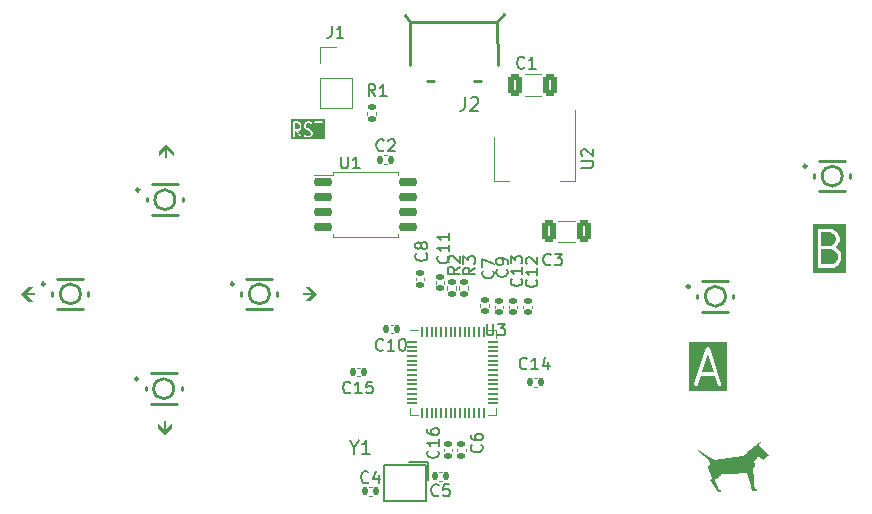
<source format=gto>
%TF.GenerationSoftware,KiCad,Pcbnew,7.0.10*%
%TF.CreationDate,2024-02-26T14:54:02+00:00*%
%TF.ProjectId,rp2040_game_con,72703230-3430-45f6-9761-6d655f636f6e,rev?*%
%TF.SameCoordinates,Original*%
%TF.FileFunction,Legend,Top*%
%TF.FilePolarity,Positive*%
%FSLAX46Y46*%
G04 Gerber Fmt 4.6, Leading zero omitted, Abs format (unit mm)*
G04 Created by KiCad (PCBNEW 7.0.10) date 2024-02-26 14:54:02*
%MOMM*%
%LPD*%
G01*
G04 APERTURE LIST*
G04 Aperture macros list*
%AMRoundRect*
0 Rectangle with rounded corners*
0 $1 Rounding radius*
0 $2 $3 $4 $5 $6 $7 $8 $9 X,Y pos of 4 corners*
0 Add a 4 corners polygon primitive as box body*
4,1,4,$2,$3,$4,$5,$6,$7,$8,$9,$2,$3,0*
0 Add four circle primitives for the rounded corners*
1,1,$1+$1,$2,$3*
1,1,$1+$1,$4,$5*
1,1,$1+$1,$6,$7*
1,1,$1+$1,$8,$9*
0 Add four rect primitives between the rounded corners*
20,1,$1+$1,$2,$3,$4,$5,0*
20,1,$1+$1,$4,$5,$6,$7,0*
20,1,$1+$1,$6,$7,$8,$9,0*
20,1,$1+$1,$8,$9,$2,$3,0*%
G04 Aperture macros list end*
%ADD10C,0.000000*%
%ADD11C,0.300000*%
%ADD12C,0.150000*%
%ADD13C,0.152000*%
%ADD14C,0.120000*%
%ADD15C,0.254000*%
%ADD16RoundRect,0.140000X-0.140000X-0.170000X0.140000X-0.170000X0.140000X0.170000X-0.140000X0.170000X0*%
%ADD17RoundRect,0.250000X-0.325000X-0.650000X0.325000X-0.650000X0.325000X0.650000X-0.325000X0.650000X0*%
%ADD18RoundRect,0.135000X-0.185000X0.135000X-0.185000X-0.135000X0.185000X-0.135000X0.185000X0.135000X0*%
%ADD19RoundRect,0.140000X0.170000X-0.140000X0.170000X0.140000X-0.170000X0.140000X-0.170000X-0.140000X0*%
%ADD20RoundRect,0.050000X-0.387500X-0.050000X0.387500X-0.050000X0.387500X0.050000X-0.387500X0.050000X0*%
%ADD21RoundRect,0.050000X-0.050000X-0.387500X0.050000X-0.387500X0.050000X0.387500X-0.050000X0.387500X0*%
%ADD22R,3.200000X3.200000*%
%ADD23R,0.700000X0.750000*%
%ADD24R,1.700000X1.700000*%
%ADD25O,1.700000X1.700000*%
%ADD26RoundRect,0.140000X0.140000X0.170000X-0.140000X0.170000X-0.140000X-0.170000X0.140000X-0.170000X0*%
%ADD27RoundRect,0.135000X0.185000X-0.135000X0.185000X0.135000X-0.185000X0.135000X-0.185000X-0.135000X0*%
%ADD28R,1.200000X1.100000*%
%ADD29RoundRect,0.150000X-0.650000X-0.150000X0.650000X-0.150000X0.650000X0.150000X-0.650000X0.150000X0*%
%ADD30C,0.600000*%
%ADD31R,0.400000X2.100000*%
%ADD32R,1.500000X1.000000*%
%ADD33O,1.100000X2.400000*%
%ADD34R,1.900000X1.900000*%
%ADD35RoundRect,0.140000X-0.170000X0.140000X-0.170000X-0.140000X0.170000X-0.140000X0.170000X0.140000X0*%
%ADD36R,1.500000X2.000000*%
%ADD37R,3.800000X2.000000*%
G04 APERTURE END LIST*
D10*
G36*
X83211982Y-62800000D02*
G01*
X83829955Y-63417973D01*
X83417973Y-63417973D01*
X82800000Y-62800000D01*
X83417973Y-62182026D01*
X83829955Y-62182026D01*
X83211982Y-62800000D01*
G37*
G36*
X95735947Y-50717973D02*
G01*
X95735947Y-51129955D01*
X95117973Y-50511982D01*
X94500000Y-51129955D01*
X94500000Y-50717973D01*
X95117973Y-50100000D01*
X95735947Y-50717973D01*
G37*
G36*
X107911982Y-62775000D02*
G01*
X107294009Y-63392974D01*
X106882027Y-63392974D01*
X107500000Y-62775000D01*
X106882027Y-62157027D01*
X107294009Y-62157027D01*
X107911982Y-62775000D01*
G37*
G36*
X95220965Y-51300000D02*
G01*
X95014974Y-51300000D01*
X95014974Y-50305986D01*
X95220965Y-50305986D01*
X95220965Y-51300000D01*
G37*
G36*
X145500000Y-75278660D02*
G01*
X145500383Y-75279570D01*
X145500511Y-75280817D01*
X145500390Y-75282392D01*
X145500023Y-75284286D01*
X145499418Y-75286490D01*
X145497509Y-75291793D01*
X145494706Y-75298233D01*
X145491050Y-75305739D01*
X145486583Y-75314241D01*
X145481346Y-75323670D01*
X145475382Y-75333954D01*
X145468732Y-75345024D01*
X145461437Y-75356811D01*
X145453541Y-75369243D01*
X145445083Y-75382252D01*
X145436107Y-75395767D01*
X145426654Y-75409718D01*
X145416766Y-75424035D01*
X145318862Y-75564414D01*
X145745822Y-75995780D01*
X145911516Y-76164179D01*
X146047060Y-76303867D01*
X146138473Y-76400290D01*
X146163262Y-76427731D01*
X146171775Y-76438900D01*
X146171597Y-76439613D01*
X146171069Y-76440498D01*
X146170201Y-76441551D01*
X146169001Y-76442766D01*
X146165641Y-76445660D01*
X146161061Y-76449140D01*
X146155333Y-76453164D01*
X146148528Y-76457690D01*
X146140717Y-76462677D01*
X146131973Y-76468083D01*
X146111970Y-76479984D01*
X146089089Y-76493061D01*
X146063905Y-76506980D01*
X146036989Y-76521408D01*
X146018462Y-76531364D01*
X146000937Y-76541138D01*
X145984321Y-76550802D01*
X145968522Y-76560429D01*
X145953444Y-76570093D01*
X145938995Y-76579866D01*
X145925082Y-76589822D01*
X145911610Y-76600033D01*
X145898487Y-76610572D01*
X145885619Y-76621513D01*
X145872911Y-76632928D01*
X145860272Y-76644890D01*
X145847607Y-76657473D01*
X145834824Y-76670750D01*
X145821827Y-76684792D01*
X145808525Y-76699675D01*
X145789325Y-76721276D01*
X145771066Y-76741419D01*
X145754173Y-76759662D01*
X145739069Y-76775566D01*
X145726178Y-76788689D01*
X145715926Y-76798589D01*
X145708735Y-76804826D01*
X145706421Y-76806433D01*
X145705031Y-76806959D01*
X145703052Y-76806170D01*
X145698998Y-76803854D01*
X145685112Y-76794958D01*
X145664268Y-76780897D01*
X145637363Y-76762298D01*
X145605291Y-76739789D01*
X145568948Y-76713996D01*
X145487032Y-76655068D01*
X145444673Y-76624715D01*
X145404490Y-76596591D01*
X145367409Y-76571297D01*
X145334357Y-76549436D01*
X145306262Y-76531612D01*
X145284051Y-76518427D01*
X145268652Y-76510483D01*
X145263796Y-76508665D01*
X145260991Y-76508384D01*
X145258326Y-76510261D01*
X145253857Y-76514261D01*
X145247686Y-76520277D01*
X145239917Y-76528198D01*
X145219998Y-76549326D01*
X145194928Y-76576775D01*
X145165536Y-76609677D01*
X145132649Y-76647162D01*
X145097096Y-76688361D01*
X145059705Y-76732406D01*
X144875290Y-76951465D01*
X144935246Y-77132803D01*
X144995189Y-77314153D01*
X144881406Y-77447850D01*
X144767605Y-77581612D01*
X144842405Y-78391445D01*
X144897423Y-78978775D01*
X144924677Y-79253670D01*
X144932173Y-79306134D01*
X145036345Y-79310368D01*
X145058421Y-79311334D01*
X145078176Y-79312711D01*
X145095718Y-79314596D01*
X145111152Y-79317086D01*
X145118112Y-79318589D01*
X145124586Y-79320279D01*
X145130586Y-79322169D01*
X145136126Y-79324270D01*
X145141219Y-79326596D01*
X145145879Y-79329159D01*
X145150119Y-79331969D01*
X145153952Y-79335041D01*
X145157391Y-79338385D01*
X145160450Y-79342014D01*
X145163143Y-79345940D01*
X145165482Y-79350175D01*
X145167480Y-79354731D01*
X145169152Y-79359621D01*
X145170511Y-79364857D01*
X145171569Y-79370450D01*
X145172341Y-79376414D01*
X145172839Y-79382759D01*
X145173068Y-79396645D01*
X145172363Y-79412204D01*
X145170831Y-79429535D01*
X145163465Y-79498762D01*
X144950518Y-79492463D01*
X144737564Y-79486164D01*
X144512687Y-78725973D01*
X144423923Y-78430294D01*
X144348477Y-78187169D01*
X144294330Y-78021759D01*
X144277737Y-77976060D01*
X144269462Y-77959226D01*
X143954971Y-77965794D01*
X143268639Y-77987698D01*
X142555091Y-78013231D01*
X142158954Y-78030686D01*
X142131011Y-78033036D01*
X142119636Y-78034232D01*
X142109818Y-78035564D01*
X142101430Y-78037120D01*
X142094340Y-78038992D01*
X142091242Y-78040074D01*
X142088420Y-78041269D01*
X142085858Y-78042587D01*
X142083540Y-78044041D01*
X142081450Y-78045641D01*
X142079572Y-78047399D01*
X142077889Y-78049325D01*
X142076384Y-78051432D01*
X142075043Y-78053731D01*
X142073849Y-78056232D01*
X142072786Y-78058947D01*
X142071837Y-78061887D01*
X142070217Y-78068489D01*
X142068861Y-78076127D01*
X142066423Y-78094874D01*
X142065070Y-78104641D01*
X142064226Y-78109234D01*
X142063216Y-78113680D01*
X142061999Y-78118013D01*
X142060533Y-78122267D01*
X142058780Y-78126477D01*
X142056696Y-78130677D01*
X142054243Y-78134902D01*
X142051378Y-78139185D01*
X142048061Y-78143562D01*
X142044251Y-78148068D01*
X142039907Y-78152735D01*
X142034989Y-78157599D01*
X142029456Y-78162695D01*
X142023266Y-78168055D01*
X142016379Y-78173717D01*
X142008754Y-78179712D01*
X142000351Y-78186076D01*
X141991128Y-78192844D01*
X141981044Y-78200050D01*
X141970059Y-78207727D01*
X141945222Y-78224637D01*
X141916290Y-78243848D01*
X141882937Y-78265637D01*
X141801656Y-78318049D01*
X141617463Y-78436892D01*
X141559861Y-78474477D01*
X141536842Y-78489980D01*
X141537066Y-78492935D01*
X141539133Y-78500066D01*
X141548439Y-78525999D01*
X141564039Y-78566050D01*
X141585215Y-78618494D01*
X141641417Y-78753649D01*
X141711292Y-78917648D01*
X141892607Y-79338971D01*
X141974202Y-79345272D01*
X142024847Y-79349605D01*
X142045465Y-79351795D01*
X142063209Y-79354178D01*
X142078277Y-79356888D01*
X142090866Y-79360057D01*
X142096292Y-79361856D01*
X142101173Y-79363820D01*
X142105532Y-79365966D01*
X142109394Y-79368309D01*
X142112785Y-79370868D01*
X142115728Y-79373659D01*
X142118249Y-79376697D01*
X142120371Y-79380001D01*
X142122121Y-79383586D01*
X142123521Y-79387470D01*
X142124597Y-79391669D01*
X142125374Y-79396199D01*
X142126128Y-79406321D01*
X142125979Y-79417969D01*
X142125126Y-79431278D01*
X142123765Y-79446379D01*
X142116437Y-79521906D01*
X141956367Y-79521906D01*
X141796297Y-79521718D01*
X141473911Y-79018228D01*
X141474024Y-79017549D01*
X141151639Y-78514061D01*
X141218968Y-78451049D01*
X141286302Y-78387994D01*
X141136790Y-77914299D01*
X140987279Y-77440552D01*
X141092041Y-77232488D01*
X141132749Y-77150729D01*
X141166142Y-77081906D01*
X141188772Y-77033253D01*
X141194972Y-77018751D01*
X141197188Y-77012004D01*
X141194528Y-77008162D01*
X141186637Y-76999311D01*
X141156228Y-76967641D01*
X141108097Y-76919112D01*
X141044383Y-76855839D01*
X140878749Y-76693525D01*
X140676424Y-76497627D01*
X140475397Y-76302324D01*
X140313292Y-76141653D01*
X140206659Y-76032247D01*
X140179316Y-76001965D01*
X140173043Y-75993839D01*
X140172047Y-75990736D01*
X140173724Y-75990885D01*
X140177002Y-75992095D01*
X140188192Y-75997591D01*
X140227961Y-76020145D01*
X140288717Y-76056708D01*
X140367823Y-76105588D01*
X140570531Y-76233537D01*
X140814987Y-76390466D01*
X141060908Y-76547689D01*
X141267602Y-76676586D01*
X141413365Y-76763847D01*
X141456614Y-76787705D01*
X141469643Y-76793963D01*
X141476491Y-76796162D01*
X142669874Y-76663600D01*
X143888218Y-76521610D01*
X143894685Y-76518223D01*
X143906993Y-76509789D01*
X143947852Y-76478822D01*
X144008230Y-76430791D01*
X144085565Y-76367780D01*
X144177295Y-76291871D01*
X144280855Y-76205147D01*
X144393683Y-76109690D01*
X144513216Y-76007584D01*
X144815836Y-75749954D01*
X144930491Y-75654525D01*
X145025953Y-75577185D01*
X145106154Y-75514807D01*
X145175026Y-75464265D01*
X145236502Y-75422433D01*
X145294513Y-75386186D01*
X145332910Y-75363483D01*
X145369334Y-75342520D01*
X145402945Y-75323739D01*
X145432900Y-75307584D01*
X145458360Y-75294498D01*
X145478484Y-75284926D01*
X145492430Y-75279310D01*
X145496823Y-75278125D01*
X145499357Y-75278095D01*
X145500000Y-75278660D01*
G37*
G36*
X107705996Y-62877992D02*
G01*
X106711982Y-62877992D01*
X106711982Y-62672001D01*
X107705996Y-62672001D01*
X107705996Y-62877992D01*
G37*
G36*
X95617973Y-74094009D02*
G01*
X95000000Y-74711982D01*
X94382026Y-74094009D01*
X94382026Y-73682027D01*
X95000000Y-74300000D01*
X95617973Y-73682027D01*
X95617973Y-74094009D01*
G37*
G36*
X84000000Y-62902999D02*
G01*
X83005986Y-62902999D01*
X83005986Y-62697008D01*
X84000000Y-62697008D01*
X84000000Y-62902999D01*
G37*
G36*
X95102999Y-74505996D02*
G01*
X94897008Y-74505996D01*
X94897008Y-73511982D01*
X95102999Y-73511982D01*
X95102999Y-74505996D01*
G37*
D11*
G36*
X141489254Y-69410114D02*
G01*
X140476910Y-69410114D01*
X140983082Y-67891598D01*
X141489254Y-69410114D01*
G37*
G36*
X142558608Y-70992783D02*
G01*
X139407556Y-70992783D01*
X139407556Y-70447329D01*
X139836127Y-70447329D01*
X139870852Y-70516778D01*
X139935648Y-70559559D01*
X140013154Y-70564212D01*
X140082603Y-70529487D01*
X140125384Y-70464691D01*
X140376910Y-69710114D01*
X141589254Y-69710114D01*
X141840780Y-70464691D01*
X141883561Y-70529488D01*
X141953010Y-70564212D01*
X142030516Y-70559560D01*
X142095313Y-70516778D01*
X142130037Y-70447329D01*
X142125385Y-70369823D01*
X141125384Y-67369823D01*
X141108788Y-67344687D01*
X141095313Y-67317736D01*
X141087656Y-67312680D01*
X141082603Y-67305027D01*
X141055660Y-67291555D01*
X141030516Y-67274954D01*
X141021358Y-67274404D01*
X141013154Y-67270302D01*
X140983085Y-67272107D01*
X140953010Y-67270302D01*
X140944803Y-67274405D01*
X140935648Y-67274955D01*
X140910512Y-67291550D01*
X140883561Y-67305026D01*
X140878505Y-67312682D01*
X140870852Y-67317736D01*
X140857378Y-67344682D01*
X140840780Y-67369823D01*
X139840780Y-70369823D01*
X139836127Y-70447329D01*
X139407556Y-70447329D01*
X139407556Y-66841731D01*
X142558608Y-66841731D01*
X142558608Y-70992783D01*
G37*
D12*
G36*
X106333485Y-48360259D02*
G01*
X106365715Y-48398934D01*
X106403207Y-48488914D01*
X106403207Y-48630341D01*
X106365715Y-48720321D01*
X106333485Y-48758996D01*
X106266957Y-48798914D01*
X105981779Y-48798914D01*
X105981779Y-48320342D01*
X106266957Y-48320342D01*
X106333485Y-48360259D01*
G37*
G36*
X108533021Y-49691771D02*
G01*
X105660350Y-49691771D01*
X105660350Y-49445342D01*
X105831779Y-49445342D01*
X105849326Y-49493551D01*
X105893755Y-49519203D01*
X105944279Y-49510294D01*
X105977256Y-49470994D01*
X105981779Y-49445342D01*
X105981779Y-48948914D01*
X106101797Y-48948914D01*
X106413423Y-49483132D01*
X106452871Y-49515933D01*
X106504173Y-49515704D01*
X106543326Y-49482551D01*
X106552009Y-49431988D01*
X106542990Y-49407551D01*
X106275451Y-48948914D01*
X106287731Y-48948914D01*
X106294685Y-48946382D01*
X106301995Y-48947545D01*
X106326318Y-48938226D01*
X106421557Y-48881083D01*
X106422124Y-48880383D01*
X106440586Y-48864785D01*
X106488204Y-48807642D01*
X106489043Y-48805310D01*
X106499819Y-48788474D01*
X106547438Y-48674188D01*
X106547520Y-48672380D01*
X106548684Y-48670994D01*
X106553207Y-48645342D01*
X106553207Y-48588200D01*
X106784160Y-48588200D01*
X106784778Y-48589900D01*
X106784238Y-48591628D01*
X106789929Y-48617046D01*
X106837548Y-48731331D01*
X106839227Y-48733156D01*
X106849162Y-48750499D01*
X106896781Y-48807641D01*
X106897554Y-48808091D01*
X106915811Y-48823940D01*
X107011049Y-48881083D01*
X107014420Y-48881736D01*
X107028085Y-48888608D01*
X107209572Y-48943054D01*
X107285866Y-48988831D01*
X107318096Y-49027506D01*
X107355588Y-49117485D01*
X107355588Y-49201770D01*
X107318096Y-49291750D01*
X107285866Y-49330425D01*
X107219339Y-49370342D01*
X107016461Y-49370342D01*
X106887014Y-49318564D01*
X106835736Y-49316952D01*
X106795419Y-49348677D01*
X106784926Y-49398896D01*
X106809168Y-49444110D01*
X106831306Y-49457836D01*
X106974163Y-49514978D01*
X106975409Y-49515017D01*
X106976365Y-49515819D01*
X107002017Y-49520342D01*
X107240112Y-49520342D01*
X107247066Y-49517810D01*
X107254375Y-49518973D01*
X107278699Y-49509654D01*
X107373937Y-49452512D01*
X107374502Y-49451814D01*
X107392967Y-49436214D01*
X107440585Y-49379071D01*
X107441424Y-49376739D01*
X107452200Y-49359903D01*
X107499819Y-49245617D01*
X107499901Y-49243809D01*
X107501065Y-49242423D01*
X107505588Y-49216771D01*
X107505588Y-49102485D01*
X107504969Y-49100784D01*
X107505510Y-49099057D01*
X107499819Y-49073639D01*
X107452200Y-48959354D01*
X107450519Y-48957528D01*
X107440585Y-48940186D01*
X107392967Y-48883043D01*
X107392187Y-48882589D01*
X107373938Y-48866745D01*
X107278699Y-48809602D01*
X107275327Y-48808948D01*
X107261663Y-48802077D01*
X107080177Y-48747631D01*
X107003879Y-48701852D01*
X106971650Y-48663176D01*
X106934160Y-48573199D01*
X106934160Y-48488914D01*
X106971650Y-48398935D01*
X107003879Y-48360260D01*
X107070411Y-48320342D01*
X107273287Y-48320342D01*
X107402734Y-48372121D01*
X107454012Y-48373733D01*
X107494329Y-48342009D01*
X107504822Y-48291790D01*
X107480580Y-48246576D01*
X107458443Y-48232849D01*
X107457115Y-48232318D01*
X107642442Y-48232318D01*
X107651351Y-48282842D01*
X107690651Y-48315819D01*
X107716303Y-48320342D01*
X107927017Y-48320342D01*
X107927017Y-49445342D01*
X107944564Y-49493551D01*
X107988993Y-49519203D01*
X108039517Y-49510294D01*
X108072494Y-49470994D01*
X108077017Y-49445342D01*
X108077017Y-48320342D01*
X108287731Y-48320342D01*
X108335940Y-48302795D01*
X108361592Y-48258366D01*
X108352683Y-48207842D01*
X108313383Y-48174865D01*
X108287731Y-48170342D01*
X107716303Y-48170342D01*
X107668094Y-48187889D01*
X107642442Y-48232318D01*
X107457115Y-48232318D01*
X107315585Y-48175706D01*
X107314338Y-48175666D01*
X107313383Y-48174865D01*
X107287731Y-48170342D01*
X107049636Y-48170342D01*
X107042681Y-48172873D01*
X107035372Y-48171711D01*
X107011049Y-48181030D01*
X106915811Y-48238173D01*
X106915243Y-48238873D01*
X106896781Y-48254472D01*
X106849162Y-48311614D01*
X106848321Y-48313949D01*
X106837548Y-48330782D01*
X106789929Y-48445068D01*
X106789846Y-48446875D01*
X106788683Y-48448262D01*
X106784160Y-48473914D01*
X106784160Y-48588200D01*
X106553207Y-48588200D01*
X106553207Y-48473914D01*
X106552588Y-48472214D01*
X106553129Y-48470487D01*
X106547438Y-48445068D01*
X106499819Y-48330782D01*
X106498138Y-48328955D01*
X106488204Y-48311614D01*
X106440586Y-48254471D01*
X106439806Y-48254017D01*
X106421557Y-48238173D01*
X106326318Y-48181030D01*
X106319052Y-48179622D01*
X106313383Y-48174865D01*
X106287731Y-48170342D01*
X105906779Y-48170342D01*
X105888470Y-48177005D01*
X105869279Y-48180390D01*
X105864928Y-48185574D01*
X105858570Y-48187889D01*
X105848827Y-48204762D01*
X105836302Y-48219690D01*
X105834584Y-48229432D01*
X105832918Y-48232318D01*
X105833496Y-48235600D01*
X105831779Y-48245342D01*
X105831779Y-49445342D01*
X105660350Y-49445342D01*
X105660350Y-47998913D01*
X108533021Y-47998913D01*
X108533021Y-49691771D01*
G37*
D11*
G36*
X151759197Y-59119789D02*
G01*
X151859803Y-59220395D01*
X151975939Y-59452666D01*
X151975939Y-59810418D01*
X151859803Y-60042688D01*
X151751370Y-60151122D01*
X151519100Y-60267257D01*
X150561653Y-60267257D01*
X150561653Y-58995828D01*
X151387310Y-58995828D01*
X151759197Y-59119789D01*
G37*
G36*
X151608514Y-57683392D02*
G01*
X151716947Y-57791825D01*
X151833082Y-58024095D01*
X151833082Y-58238990D01*
X151716947Y-58471260D01*
X151608514Y-58579692D01*
X151376243Y-58695828D01*
X150561653Y-58695828D01*
X150561653Y-57567257D01*
X151376243Y-57567257D01*
X151608514Y-57683392D01*
G37*
G36*
X152704510Y-60995828D02*
G01*
X149833082Y-60995828D01*
X149833082Y-60417257D01*
X150261653Y-60417257D01*
X150281749Y-60492257D01*
X150336653Y-60547161D01*
X150411653Y-60567257D01*
X151554510Y-60567257D01*
X151587811Y-60558333D01*
X151621592Y-60551421D01*
X151907307Y-60408564D01*
X151925376Y-60392540D01*
X151946291Y-60380466D01*
X152089148Y-60237608D01*
X152101222Y-60216694D01*
X152117246Y-60198624D01*
X152260103Y-59912910D01*
X152267015Y-59879129D01*
X152275939Y-59845828D01*
X152275939Y-59417257D01*
X152267015Y-59383953D01*
X152260103Y-59350175D01*
X152117246Y-59064460D01*
X152101222Y-59046390D01*
X152089148Y-59025476D01*
X151946291Y-58882619D01*
X151916434Y-58865381D01*
X151887659Y-58846382D01*
X151793254Y-58814914D01*
X151803434Y-58809037D01*
X151946291Y-58666180D01*
X151958365Y-58645265D01*
X151974389Y-58627196D01*
X152117246Y-58341482D01*
X152124158Y-58307701D01*
X152133082Y-58274400D01*
X152133082Y-57988685D01*
X152124158Y-57955383D01*
X152117246Y-57921603D01*
X151974389Y-57635889D01*
X151958365Y-57617819D01*
X151946291Y-57596905D01*
X151803434Y-57454048D01*
X151782519Y-57441973D01*
X151764450Y-57425950D01*
X151478735Y-57283093D01*
X151444954Y-57276180D01*
X151411653Y-57267257D01*
X150411653Y-57267257D01*
X150336653Y-57287353D01*
X150281749Y-57342257D01*
X150261653Y-57417257D01*
X150261653Y-60417257D01*
X149833082Y-60417257D01*
X149833082Y-56838686D01*
X152704510Y-56838686D01*
X152704510Y-60995828D01*
G37*
D12*
X112238333Y-78694580D02*
X112190714Y-78742200D01*
X112190714Y-78742200D02*
X112047857Y-78789819D01*
X112047857Y-78789819D02*
X111952619Y-78789819D01*
X111952619Y-78789819D02*
X111809762Y-78742200D01*
X111809762Y-78742200D02*
X111714524Y-78646961D01*
X111714524Y-78646961D02*
X111666905Y-78551723D01*
X111666905Y-78551723D02*
X111619286Y-78361247D01*
X111619286Y-78361247D02*
X111619286Y-78218390D01*
X111619286Y-78218390D02*
X111666905Y-78027914D01*
X111666905Y-78027914D02*
X111714524Y-77932676D01*
X111714524Y-77932676D02*
X111809762Y-77837438D01*
X111809762Y-77837438D02*
X111952619Y-77789819D01*
X111952619Y-77789819D02*
X112047857Y-77789819D01*
X112047857Y-77789819D02*
X112190714Y-77837438D01*
X112190714Y-77837438D02*
X112238333Y-77885057D01*
X113095476Y-78123152D02*
X113095476Y-78789819D01*
X112857381Y-77742200D02*
X112619286Y-78456485D01*
X112619286Y-78456485D02*
X113238333Y-78456485D01*
X127673333Y-60269580D02*
X127625714Y-60317200D01*
X127625714Y-60317200D02*
X127482857Y-60364819D01*
X127482857Y-60364819D02*
X127387619Y-60364819D01*
X127387619Y-60364819D02*
X127244762Y-60317200D01*
X127244762Y-60317200D02*
X127149524Y-60221961D01*
X127149524Y-60221961D02*
X127101905Y-60126723D01*
X127101905Y-60126723D02*
X127054286Y-59936247D01*
X127054286Y-59936247D02*
X127054286Y-59793390D01*
X127054286Y-59793390D02*
X127101905Y-59602914D01*
X127101905Y-59602914D02*
X127149524Y-59507676D01*
X127149524Y-59507676D02*
X127244762Y-59412438D01*
X127244762Y-59412438D02*
X127387619Y-59364819D01*
X127387619Y-59364819D02*
X127482857Y-59364819D01*
X127482857Y-59364819D02*
X127625714Y-59412438D01*
X127625714Y-59412438D02*
X127673333Y-59460057D01*
X128006667Y-59364819D02*
X128625714Y-59364819D01*
X128625714Y-59364819D02*
X128292381Y-59745771D01*
X128292381Y-59745771D02*
X128435238Y-59745771D01*
X128435238Y-59745771D02*
X128530476Y-59793390D01*
X128530476Y-59793390D02*
X128578095Y-59841009D01*
X128578095Y-59841009D02*
X128625714Y-59936247D01*
X128625714Y-59936247D02*
X128625714Y-60174342D01*
X128625714Y-60174342D02*
X128578095Y-60269580D01*
X128578095Y-60269580D02*
X128530476Y-60317200D01*
X128530476Y-60317200D02*
X128435238Y-60364819D01*
X128435238Y-60364819D02*
X128149524Y-60364819D01*
X128149524Y-60364819D02*
X128054286Y-60317200D01*
X128054286Y-60317200D02*
X128006667Y-60269580D01*
X119954819Y-60481666D02*
X119478628Y-60814999D01*
X119954819Y-61053094D02*
X118954819Y-61053094D01*
X118954819Y-61053094D02*
X118954819Y-60672142D01*
X118954819Y-60672142D02*
X119002438Y-60576904D01*
X119002438Y-60576904D02*
X119050057Y-60529285D01*
X119050057Y-60529285D02*
X119145295Y-60481666D01*
X119145295Y-60481666D02*
X119288152Y-60481666D01*
X119288152Y-60481666D02*
X119383390Y-60529285D01*
X119383390Y-60529285D02*
X119431009Y-60576904D01*
X119431009Y-60576904D02*
X119478628Y-60672142D01*
X119478628Y-60672142D02*
X119478628Y-61053094D01*
X119050057Y-60100713D02*
X119002438Y-60053094D01*
X119002438Y-60053094D02*
X118954819Y-59957856D01*
X118954819Y-59957856D02*
X118954819Y-59719761D01*
X118954819Y-59719761D02*
X119002438Y-59624523D01*
X119002438Y-59624523D02*
X119050057Y-59576904D01*
X119050057Y-59576904D02*
X119145295Y-59529285D01*
X119145295Y-59529285D02*
X119240533Y-59529285D01*
X119240533Y-59529285D02*
X119383390Y-59576904D01*
X119383390Y-59576904D02*
X119954819Y-60148332D01*
X119954819Y-60148332D02*
X119954819Y-59529285D01*
X123954580Y-60691666D02*
X124002200Y-60739285D01*
X124002200Y-60739285D02*
X124049819Y-60882142D01*
X124049819Y-60882142D02*
X124049819Y-60977380D01*
X124049819Y-60977380D02*
X124002200Y-61120237D01*
X124002200Y-61120237D02*
X123906961Y-61215475D01*
X123906961Y-61215475D02*
X123811723Y-61263094D01*
X123811723Y-61263094D02*
X123621247Y-61310713D01*
X123621247Y-61310713D02*
X123478390Y-61310713D01*
X123478390Y-61310713D02*
X123287914Y-61263094D01*
X123287914Y-61263094D02*
X123192676Y-61215475D01*
X123192676Y-61215475D02*
X123097438Y-61120237D01*
X123097438Y-61120237D02*
X123049819Y-60977380D01*
X123049819Y-60977380D02*
X123049819Y-60882142D01*
X123049819Y-60882142D02*
X123097438Y-60739285D01*
X123097438Y-60739285D02*
X123145057Y-60691666D01*
X124049819Y-60215475D02*
X124049819Y-60024999D01*
X124049819Y-60024999D02*
X124002200Y-59929761D01*
X124002200Y-59929761D02*
X123954580Y-59882142D01*
X123954580Y-59882142D02*
X123811723Y-59786904D01*
X123811723Y-59786904D02*
X123621247Y-59739285D01*
X123621247Y-59739285D02*
X123240295Y-59739285D01*
X123240295Y-59739285D02*
X123145057Y-59786904D01*
X123145057Y-59786904D02*
X123097438Y-59834523D01*
X123097438Y-59834523D02*
X123049819Y-59929761D01*
X123049819Y-59929761D02*
X123049819Y-60120237D01*
X123049819Y-60120237D02*
X123097438Y-60215475D01*
X123097438Y-60215475D02*
X123145057Y-60263094D01*
X123145057Y-60263094D02*
X123240295Y-60310713D01*
X123240295Y-60310713D02*
X123478390Y-60310713D01*
X123478390Y-60310713D02*
X123573628Y-60263094D01*
X123573628Y-60263094D02*
X123621247Y-60215475D01*
X123621247Y-60215475D02*
X123668866Y-60120237D01*
X123668866Y-60120237D02*
X123668866Y-59929761D01*
X123668866Y-59929761D02*
X123621247Y-59834523D01*
X123621247Y-59834523D02*
X123573628Y-59786904D01*
X123573628Y-59786904D02*
X123478390Y-59739285D01*
X112813333Y-46014819D02*
X112480000Y-45538628D01*
X112241905Y-46014819D02*
X112241905Y-45014819D01*
X112241905Y-45014819D02*
X112622857Y-45014819D01*
X112622857Y-45014819D02*
X112718095Y-45062438D01*
X112718095Y-45062438D02*
X112765714Y-45110057D01*
X112765714Y-45110057D02*
X112813333Y-45205295D01*
X112813333Y-45205295D02*
X112813333Y-45348152D01*
X112813333Y-45348152D02*
X112765714Y-45443390D01*
X112765714Y-45443390D02*
X112718095Y-45491009D01*
X112718095Y-45491009D02*
X112622857Y-45538628D01*
X112622857Y-45538628D02*
X112241905Y-45538628D01*
X113765714Y-46014819D02*
X113194286Y-46014819D01*
X113480000Y-46014819D02*
X113480000Y-45014819D01*
X113480000Y-45014819D02*
X113384762Y-45157676D01*
X113384762Y-45157676D02*
X113289524Y-45252914D01*
X113289524Y-45252914D02*
X113194286Y-45300533D01*
X122233095Y-65277319D02*
X122233095Y-66086842D01*
X122233095Y-66086842D02*
X122280714Y-66182080D01*
X122280714Y-66182080D02*
X122328333Y-66229700D01*
X122328333Y-66229700D02*
X122423571Y-66277319D01*
X122423571Y-66277319D02*
X122614047Y-66277319D01*
X122614047Y-66277319D02*
X122709285Y-66229700D01*
X122709285Y-66229700D02*
X122756904Y-66182080D01*
X122756904Y-66182080D02*
X122804523Y-66086842D01*
X122804523Y-66086842D02*
X122804523Y-65277319D01*
X123185476Y-65277319D02*
X123804523Y-65277319D01*
X123804523Y-65277319D02*
X123471190Y-65658271D01*
X123471190Y-65658271D02*
X123614047Y-65658271D01*
X123614047Y-65658271D02*
X123709285Y-65705890D01*
X123709285Y-65705890D02*
X123756904Y-65753509D01*
X123756904Y-65753509D02*
X123804523Y-65848747D01*
X123804523Y-65848747D02*
X123804523Y-66086842D01*
X123804523Y-66086842D02*
X123756904Y-66182080D01*
X123756904Y-66182080D02*
X123709285Y-66229700D01*
X123709285Y-66229700D02*
X123614047Y-66277319D01*
X123614047Y-66277319D02*
X123328333Y-66277319D01*
X123328333Y-66277319D02*
X123233095Y-66229700D01*
X123233095Y-66229700D02*
X123185476Y-66182080D01*
X109116666Y-40064819D02*
X109116666Y-40779104D01*
X109116666Y-40779104D02*
X109069047Y-40921961D01*
X109069047Y-40921961D02*
X108973809Y-41017200D01*
X108973809Y-41017200D02*
X108830952Y-41064819D01*
X108830952Y-41064819D02*
X108735714Y-41064819D01*
X110116666Y-41064819D02*
X109545238Y-41064819D01*
X109830952Y-41064819D02*
X109830952Y-40064819D01*
X109830952Y-40064819D02*
X109735714Y-40207676D01*
X109735714Y-40207676D02*
X109640476Y-40302914D01*
X109640476Y-40302914D02*
X109545238Y-40350533D01*
X122754580Y-60821666D02*
X122802200Y-60869285D01*
X122802200Y-60869285D02*
X122849819Y-61012142D01*
X122849819Y-61012142D02*
X122849819Y-61107380D01*
X122849819Y-61107380D02*
X122802200Y-61250237D01*
X122802200Y-61250237D02*
X122706961Y-61345475D01*
X122706961Y-61345475D02*
X122611723Y-61393094D01*
X122611723Y-61393094D02*
X122421247Y-61440713D01*
X122421247Y-61440713D02*
X122278390Y-61440713D01*
X122278390Y-61440713D02*
X122087914Y-61393094D01*
X122087914Y-61393094D02*
X121992676Y-61345475D01*
X121992676Y-61345475D02*
X121897438Y-61250237D01*
X121897438Y-61250237D02*
X121849819Y-61107380D01*
X121849819Y-61107380D02*
X121849819Y-61012142D01*
X121849819Y-61012142D02*
X121897438Y-60869285D01*
X121897438Y-60869285D02*
X121945057Y-60821666D01*
X121849819Y-60488332D02*
X121849819Y-59821666D01*
X121849819Y-59821666D02*
X122849819Y-60250237D01*
X125652142Y-69074580D02*
X125604523Y-69122200D01*
X125604523Y-69122200D02*
X125461666Y-69169819D01*
X125461666Y-69169819D02*
X125366428Y-69169819D01*
X125366428Y-69169819D02*
X125223571Y-69122200D01*
X125223571Y-69122200D02*
X125128333Y-69026961D01*
X125128333Y-69026961D02*
X125080714Y-68931723D01*
X125080714Y-68931723D02*
X125033095Y-68741247D01*
X125033095Y-68741247D02*
X125033095Y-68598390D01*
X125033095Y-68598390D02*
X125080714Y-68407914D01*
X125080714Y-68407914D02*
X125128333Y-68312676D01*
X125128333Y-68312676D02*
X125223571Y-68217438D01*
X125223571Y-68217438D02*
X125366428Y-68169819D01*
X125366428Y-68169819D02*
X125461666Y-68169819D01*
X125461666Y-68169819D02*
X125604523Y-68217438D01*
X125604523Y-68217438D02*
X125652142Y-68265057D01*
X126604523Y-69169819D02*
X126033095Y-69169819D01*
X126318809Y-69169819D02*
X126318809Y-68169819D01*
X126318809Y-68169819D02*
X126223571Y-68312676D01*
X126223571Y-68312676D02*
X126128333Y-68407914D01*
X126128333Y-68407914D02*
X126033095Y-68455533D01*
X127461666Y-68503152D02*
X127461666Y-69169819D01*
X127223571Y-68122200D02*
X126985476Y-68836485D01*
X126985476Y-68836485D02*
X127604523Y-68836485D01*
X118178333Y-79794580D02*
X118130714Y-79842200D01*
X118130714Y-79842200D02*
X117987857Y-79889819D01*
X117987857Y-79889819D02*
X117892619Y-79889819D01*
X117892619Y-79889819D02*
X117749762Y-79842200D01*
X117749762Y-79842200D02*
X117654524Y-79746961D01*
X117654524Y-79746961D02*
X117606905Y-79651723D01*
X117606905Y-79651723D02*
X117559286Y-79461247D01*
X117559286Y-79461247D02*
X117559286Y-79318390D01*
X117559286Y-79318390D02*
X117606905Y-79127914D01*
X117606905Y-79127914D02*
X117654524Y-79032676D01*
X117654524Y-79032676D02*
X117749762Y-78937438D01*
X117749762Y-78937438D02*
X117892619Y-78889819D01*
X117892619Y-78889819D02*
X117987857Y-78889819D01*
X117987857Y-78889819D02*
X118130714Y-78937438D01*
X118130714Y-78937438D02*
X118178333Y-78985057D01*
X119083095Y-78889819D02*
X118606905Y-78889819D01*
X118606905Y-78889819D02*
X118559286Y-79366009D01*
X118559286Y-79366009D02*
X118606905Y-79318390D01*
X118606905Y-79318390D02*
X118702143Y-79270771D01*
X118702143Y-79270771D02*
X118940238Y-79270771D01*
X118940238Y-79270771D02*
X119035476Y-79318390D01*
X119035476Y-79318390D02*
X119083095Y-79366009D01*
X119083095Y-79366009D02*
X119130714Y-79461247D01*
X119130714Y-79461247D02*
X119130714Y-79699342D01*
X119130714Y-79699342D02*
X119083095Y-79794580D01*
X119083095Y-79794580D02*
X119035476Y-79842200D01*
X119035476Y-79842200D02*
X118940238Y-79889819D01*
X118940238Y-79889819D02*
X118702143Y-79889819D01*
X118702143Y-79889819D02*
X118606905Y-79842200D01*
X118606905Y-79842200D02*
X118559286Y-79794580D01*
X117119580Y-59346666D02*
X117167200Y-59394285D01*
X117167200Y-59394285D02*
X117214819Y-59537142D01*
X117214819Y-59537142D02*
X117214819Y-59632380D01*
X117214819Y-59632380D02*
X117167200Y-59775237D01*
X117167200Y-59775237D02*
X117071961Y-59870475D01*
X117071961Y-59870475D02*
X116976723Y-59918094D01*
X116976723Y-59918094D02*
X116786247Y-59965713D01*
X116786247Y-59965713D02*
X116643390Y-59965713D01*
X116643390Y-59965713D02*
X116452914Y-59918094D01*
X116452914Y-59918094D02*
X116357676Y-59870475D01*
X116357676Y-59870475D02*
X116262438Y-59775237D01*
X116262438Y-59775237D02*
X116214819Y-59632380D01*
X116214819Y-59632380D02*
X116214819Y-59537142D01*
X116214819Y-59537142D02*
X116262438Y-59394285D01*
X116262438Y-59394285D02*
X116310057Y-59346666D01*
X116643390Y-58775237D02*
X116595771Y-58870475D01*
X116595771Y-58870475D02*
X116548152Y-58918094D01*
X116548152Y-58918094D02*
X116452914Y-58965713D01*
X116452914Y-58965713D02*
X116405295Y-58965713D01*
X116405295Y-58965713D02*
X116310057Y-58918094D01*
X116310057Y-58918094D02*
X116262438Y-58870475D01*
X116262438Y-58870475D02*
X116214819Y-58775237D01*
X116214819Y-58775237D02*
X116214819Y-58584761D01*
X116214819Y-58584761D02*
X116262438Y-58489523D01*
X116262438Y-58489523D02*
X116310057Y-58441904D01*
X116310057Y-58441904D02*
X116405295Y-58394285D01*
X116405295Y-58394285D02*
X116452914Y-58394285D01*
X116452914Y-58394285D02*
X116548152Y-58441904D01*
X116548152Y-58441904D02*
X116595771Y-58489523D01*
X116595771Y-58489523D02*
X116643390Y-58584761D01*
X116643390Y-58584761D02*
X116643390Y-58775237D01*
X116643390Y-58775237D02*
X116691009Y-58870475D01*
X116691009Y-58870475D02*
X116738628Y-58918094D01*
X116738628Y-58918094D02*
X116833866Y-58965713D01*
X116833866Y-58965713D02*
X117024342Y-58965713D01*
X117024342Y-58965713D02*
X117119580Y-58918094D01*
X117119580Y-58918094D02*
X117167200Y-58870475D01*
X117167200Y-58870475D02*
X117214819Y-58775237D01*
X117214819Y-58775237D02*
X117214819Y-58584761D01*
X117214819Y-58584761D02*
X117167200Y-58489523D01*
X117167200Y-58489523D02*
X117119580Y-58441904D01*
X117119580Y-58441904D02*
X117024342Y-58394285D01*
X117024342Y-58394285D02*
X116833866Y-58394285D01*
X116833866Y-58394285D02*
X116738628Y-58441904D01*
X116738628Y-58441904D02*
X116691009Y-58489523D01*
X116691009Y-58489523D02*
X116643390Y-58584761D01*
X121264819Y-60541666D02*
X120788628Y-60874999D01*
X121264819Y-61113094D02*
X120264819Y-61113094D01*
X120264819Y-61113094D02*
X120264819Y-60732142D01*
X120264819Y-60732142D02*
X120312438Y-60636904D01*
X120312438Y-60636904D02*
X120360057Y-60589285D01*
X120360057Y-60589285D02*
X120455295Y-60541666D01*
X120455295Y-60541666D02*
X120598152Y-60541666D01*
X120598152Y-60541666D02*
X120693390Y-60589285D01*
X120693390Y-60589285D02*
X120741009Y-60636904D01*
X120741009Y-60636904D02*
X120788628Y-60732142D01*
X120788628Y-60732142D02*
X120788628Y-61113094D01*
X120264819Y-60208332D02*
X120264819Y-59589285D01*
X120264819Y-59589285D02*
X120645771Y-59922618D01*
X120645771Y-59922618D02*
X120645771Y-59779761D01*
X120645771Y-59779761D02*
X120693390Y-59684523D01*
X120693390Y-59684523D02*
X120741009Y-59636904D01*
X120741009Y-59636904D02*
X120836247Y-59589285D01*
X120836247Y-59589285D02*
X121074342Y-59589285D01*
X121074342Y-59589285D02*
X121169580Y-59636904D01*
X121169580Y-59636904D02*
X121217200Y-59684523D01*
X121217200Y-59684523D02*
X121264819Y-59779761D01*
X121264819Y-59779761D02*
X121264819Y-60065475D01*
X121264819Y-60065475D02*
X121217200Y-60160713D01*
X121217200Y-60160713D02*
X121169580Y-60208332D01*
X113533333Y-50599580D02*
X113485714Y-50647200D01*
X113485714Y-50647200D02*
X113342857Y-50694819D01*
X113342857Y-50694819D02*
X113247619Y-50694819D01*
X113247619Y-50694819D02*
X113104762Y-50647200D01*
X113104762Y-50647200D02*
X113009524Y-50551961D01*
X113009524Y-50551961D02*
X112961905Y-50456723D01*
X112961905Y-50456723D02*
X112914286Y-50266247D01*
X112914286Y-50266247D02*
X112914286Y-50123390D01*
X112914286Y-50123390D02*
X112961905Y-49932914D01*
X112961905Y-49932914D02*
X113009524Y-49837676D01*
X113009524Y-49837676D02*
X113104762Y-49742438D01*
X113104762Y-49742438D02*
X113247619Y-49694819D01*
X113247619Y-49694819D02*
X113342857Y-49694819D01*
X113342857Y-49694819D02*
X113485714Y-49742438D01*
X113485714Y-49742438D02*
X113533333Y-49790057D01*
X113914286Y-49790057D02*
X113961905Y-49742438D01*
X113961905Y-49742438D02*
X114057143Y-49694819D01*
X114057143Y-49694819D02*
X114295238Y-49694819D01*
X114295238Y-49694819D02*
X114390476Y-49742438D01*
X114390476Y-49742438D02*
X114438095Y-49790057D01*
X114438095Y-49790057D02*
X114485714Y-49885295D01*
X114485714Y-49885295D02*
X114485714Y-49980533D01*
X114485714Y-49980533D02*
X114438095Y-50123390D01*
X114438095Y-50123390D02*
X113866667Y-50694819D01*
X113866667Y-50694819D02*
X114485714Y-50694819D01*
X118959580Y-59542857D02*
X119007200Y-59590476D01*
X119007200Y-59590476D02*
X119054819Y-59733333D01*
X119054819Y-59733333D02*
X119054819Y-59828571D01*
X119054819Y-59828571D02*
X119007200Y-59971428D01*
X119007200Y-59971428D02*
X118911961Y-60066666D01*
X118911961Y-60066666D02*
X118816723Y-60114285D01*
X118816723Y-60114285D02*
X118626247Y-60161904D01*
X118626247Y-60161904D02*
X118483390Y-60161904D01*
X118483390Y-60161904D02*
X118292914Y-60114285D01*
X118292914Y-60114285D02*
X118197676Y-60066666D01*
X118197676Y-60066666D02*
X118102438Y-59971428D01*
X118102438Y-59971428D02*
X118054819Y-59828571D01*
X118054819Y-59828571D02*
X118054819Y-59733333D01*
X118054819Y-59733333D02*
X118102438Y-59590476D01*
X118102438Y-59590476D02*
X118150057Y-59542857D01*
X119054819Y-58590476D02*
X119054819Y-59161904D01*
X119054819Y-58876190D02*
X118054819Y-58876190D01*
X118054819Y-58876190D02*
X118197676Y-58971428D01*
X118197676Y-58971428D02*
X118292914Y-59066666D01*
X118292914Y-59066666D02*
X118340533Y-59161904D01*
X119054819Y-57638095D02*
X119054819Y-58209523D01*
X119054819Y-57923809D02*
X118054819Y-57923809D01*
X118054819Y-57923809D02*
X118197676Y-58019047D01*
X118197676Y-58019047D02*
X118292914Y-58114285D01*
X118292914Y-58114285D02*
X118340533Y-58209523D01*
D13*
X111021572Y-75776583D02*
X111021572Y-76320869D01*
X110640572Y-75177869D02*
X111021572Y-75776583D01*
X111021572Y-75776583D02*
X111402572Y-75177869D01*
X112382286Y-76320869D02*
X111729143Y-76320869D01*
X112055714Y-76320869D02*
X112055714Y-75177869D01*
X112055714Y-75177869D02*
X111946857Y-75341155D01*
X111946857Y-75341155D02*
X111838000Y-75450012D01*
X111838000Y-75450012D02*
X111729143Y-75504441D01*
D12*
X109938095Y-51144819D02*
X109938095Y-51954342D01*
X109938095Y-51954342D02*
X109985714Y-52049580D01*
X109985714Y-52049580D02*
X110033333Y-52097200D01*
X110033333Y-52097200D02*
X110128571Y-52144819D01*
X110128571Y-52144819D02*
X110319047Y-52144819D01*
X110319047Y-52144819D02*
X110414285Y-52097200D01*
X110414285Y-52097200D02*
X110461904Y-52049580D01*
X110461904Y-52049580D02*
X110509523Y-51954342D01*
X110509523Y-51954342D02*
X110509523Y-51144819D01*
X111509523Y-52144819D02*
X110938095Y-52144819D01*
X111223809Y-52144819D02*
X111223809Y-51144819D01*
X111223809Y-51144819D02*
X111128571Y-51287676D01*
X111128571Y-51287676D02*
X111033333Y-51382914D01*
X111033333Y-51382914D02*
X110938095Y-51430533D01*
X113482142Y-67484580D02*
X113434523Y-67532200D01*
X113434523Y-67532200D02*
X113291666Y-67579819D01*
X113291666Y-67579819D02*
X113196428Y-67579819D01*
X113196428Y-67579819D02*
X113053571Y-67532200D01*
X113053571Y-67532200D02*
X112958333Y-67436961D01*
X112958333Y-67436961D02*
X112910714Y-67341723D01*
X112910714Y-67341723D02*
X112863095Y-67151247D01*
X112863095Y-67151247D02*
X112863095Y-67008390D01*
X112863095Y-67008390D02*
X112910714Y-66817914D01*
X112910714Y-66817914D02*
X112958333Y-66722676D01*
X112958333Y-66722676D02*
X113053571Y-66627438D01*
X113053571Y-66627438D02*
X113196428Y-66579819D01*
X113196428Y-66579819D02*
X113291666Y-66579819D01*
X113291666Y-66579819D02*
X113434523Y-66627438D01*
X113434523Y-66627438D02*
X113482142Y-66675057D01*
X114434523Y-67579819D02*
X113863095Y-67579819D01*
X114148809Y-67579819D02*
X114148809Y-66579819D01*
X114148809Y-66579819D02*
X114053571Y-66722676D01*
X114053571Y-66722676D02*
X113958333Y-66817914D01*
X113958333Y-66817914D02*
X113863095Y-66865533D01*
X115053571Y-66579819D02*
X115148809Y-66579819D01*
X115148809Y-66579819D02*
X115244047Y-66627438D01*
X115244047Y-66627438D02*
X115291666Y-66675057D01*
X115291666Y-66675057D02*
X115339285Y-66770295D01*
X115339285Y-66770295D02*
X115386904Y-66960771D01*
X115386904Y-66960771D02*
X115386904Y-67198866D01*
X115386904Y-67198866D02*
X115339285Y-67389342D01*
X115339285Y-67389342D02*
X115291666Y-67484580D01*
X115291666Y-67484580D02*
X115244047Y-67532200D01*
X115244047Y-67532200D02*
X115148809Y-67579819D01*
X115148809Y-67579819D02*
X115053571Y-67579819D01*
X115053571Y-67579819D02*
X114958333Y-67532200D01*
X114958333Y-67532200D02*
X114910714Y-67484580D01*
X114910714Y-67484580D02*
X114863095Y-67389342D01*
X114863095Y-67389342D02*
X114815476Y-67198866D01*
X114815476Y-67198866D02*
X114815476Y-66960771D01*
X114815476Y-66960771D02*
X114863095Y-66770295D01*
X114863095Y-66770295D02*
X114910714Y-66675057D01*
X114910714Y-66675057D02*
X114958333Y-66627438D01*
X114958333Y-66627438D02*
X115053571Y-66579819D01*
X126444580Y-61557857D02*
X126492200Y-61605476D01*
X126492200Y-61605476D02*
X126539819Y-61748333D01*
X126539819Y-61748333D02*
X126539819Y-61843571D01*
X126539819Y-61843571D02*
X126492200Y-61986428D01*
X126492200Y-61986428D02*
X126396961Y-62081666D01*
X126396961Y-62081666D02*
X126301723Y-62129285D01*
X126301723Y-62129285D02*
X126111247Y-62176904D01*
X126111247Y-62176904D02*
X125968390Y-62176904D01*
X125968390Y-62176904D02*
X125777914Y-62129285D01*
X125777914Y-62129285D02*
X125682676Y-62081666D01*
X125682676Y-62081666D02*
X125587438Y-61986428D01*
X125587438Y-61986428D02*
X125539819Y-61843571D01*
X125539819Y-61843571D02*
X125539819Y-61748333D01*
X125539819Y-61748333D02*
X125587438Y-61605476D01*
X125587438Y-61605476D02*
X125635057Y-61557857D01*
X126539819Y-60605476D02*
X126539819Y-61176904D01*
X126539819Y-60891190D02*
X125539819Y-60891190D01*
X125539819Y-60891190D02*
X125682676Y-60986428D01*
X125682676Y-60986428D02*
X125777914Y-61081666D01*
X125777914Y-61081666D02*
X125825533Y-61176904D01*
X125635057Y-60224523D02*
X125587438Y-60176904D01*
X125587438Y-60176904D02*
X125539819Y-60081666D01*
X125539819Y-60081666D02*
X125539819Y-59843571D01*
X125539819Y-59843571D02*
X125587438Y-59748333D01*
X125587438Y-59748333D02*
X125635057Y-59700714D01*
X125635057Y-59700714D02*
X125730295Y-59653095D01*
X125730295Y-59653095D02*
X125825533Y-59653095D01*
X125825533Y-59653095D02*
X125968390Y-59700714D01*
X125968390Y-59700714D02*
X126539819Y-60272142D01*
X126539819Y-60272142D02*
X126539819Y-59653095D01*
X110712142Y-71104580D02*
X110664523Y-71152200D01*
X110664523Y-71152200D02*
X110521666Y-71199819D01*
X110521666Y-71199819D02*
X110426428Y-71199819D01*
X110426428Y-71199819D02*
X110283571Y-71152200D01*
X110283571Y-71152200D02*
X110188333Y-71056961D01*
X110188333Y-71056961D02*
X110140714Y-70961723D01*
X110140714Y-70961723D02*
X110093095Y-70771247D01*
X110093095Y-70771247D02*
X110093095Y-70628390D01*
X110093095Y-70628390D02*
X110140714Y-70437914D01*
X110140714Y-70437914D02*
X110188333Y-70342676D01*
X110188333Y-70342676D02*
X110283571Y-70247438D01*
X110283571Y-70247438D02*
X110426428Y-70199819D01*
X110426428Y-70199819D02*
X110521666Y-70199819D01*
X110521666Y-70199819D02*
X110664523Y-70247438D01*
X110664523Y-70247438D02*
X110712142Y-70295057D01*
X111664523Y-71199819D02*
X111093095Y-71199819D01*
X111378809Y-71199819D02*
X111378809Y-70199819D01*
X111378809Y-70199819D02*
X111283571Y-70342676D01*
X111283571Y-70342676D02*
X111188333Y-70437914D01*
X111188333Y-70437914D02*
X111093095Y-70485533D01*
X112569285Y-70199819D02*
X112093095Y-70199819D01*
X112093095Y-70199819D02*
X112045476Y-70676009D01*
X112045476Y-70676009D02*
X112093095Y-70628390D01*
X112093095Y-70628390D02*
X112188333Y-70580771D01*
X112188333Y-70580771D02*
X112426428Y-70580771D01*
X112426428Y-70580771D02*
X112521666Y-70628390D01*
X112521666Y-70628390D02*
X112569285Y-70676009D01*
X112569285Y-70676009D02*
X112616904Y-70771247D01*
X112616904Y-70771247D02*
X112616904Y-71009342D01*
X112616904Y-71009342D02*
X112569285Y-71104580D01*
X112569285Y-71104580D02*
X112521666Y-71152200D01*
X112521666Y-71152200D02*
X112426428Y-71199819D01*
X112426428Y-71199819D02*
X112188333Y-71199819D01*
X112188333Y-71199819D02*
X112093095Y-71152200D01*
X112093095Y-71152200D02*
X112045476Y-71104580D01*
D13*
X120404714Y-46103869D02*
X120404714Y-46920298D01*
X120404714Y-46920298D02*
X120350285Y-47083583D01*
X120350285Y-47083583D02*
X120241428Y-47192441D01*
X120241428Y-47192441D02*
X120078142Y-47246869D01*
X120078142Y-47246869D02*
X119969285Y-47246869D01*
X120894571Y-46212726D02*
X120948999Y-46158298D01*
X120948999Y-46158298D02*
X121057857Y-46103869D01*
X121057857Y-46103869D02*
X121329999Y-46103869D01*
X121329999Y-46103869D02*
X121438857Y-46158298D01*
X121438857Y-46158298D02*
X121493285Y-46212726D01*
X121493285Y-46212726D02*
X121547714Y-46321583D01*
X121547714Y-46321583D02*
X121547714Y-46430441D01*
X121547714Y-46430441D02*
X121493285Y-46593726D01*
X121493285Y-46593726D02*
X120840142Y-47246869D01*
X120840142Y-47246869D02*
X121547714Y-47246869D01*
D12*
X125443333Y-43599580D02*
X125395714Y-43647200D01*
X125395714Y-43647200D02*
X125252857Y-43694819D01*
X125252857Y-43694819D02*
X125157619Y-43694819D01*
X125157619Y-43694819D02*
X125014762Y-43647200D01*
X125014762Y-43647200D02*
X124919524Y-43551961D01*
X124919524Y-43551961D02*
X124871905Y-43456723D01*
X124871905Y-43456723D02*
X124824286Y-43266247D01*
X124824286Y-43266247D02*
X124824286Y-43123390D01*
X124824286Y-43123390D02*
X124871905Y-42932914D01*
X124871905Y-42932914D02*
X124919524Y-42837676D01*
X124919524Y-42837676D02*
X125014762Y-42742438D01*
X125014762Y-42742438D02*
X125157619Y-42694819D01*
X125157619Y-42694819D02*
X125252857Y-42694819D01*
X125252857Y-42694819D02*
X125395714Y-42742438D01*
X125395714Y-42742438D02*
X125443333Y-42790057D01*
X126395714Y-43694819D02*
X125824286Y-43694819D01*
X126110000Y-43694819D02*
X126110000Y-42694819D01*
X126110000Y-42694819D02*
X126014762Y-42837676D01*
X126014762Y-42837676D02*
X125919524Y-42932914D01*
X125919524Y-42932914D02*
X125824286Y-42980533D01*
X118094580Y-76047857D02*
X118142200Y-76095476D01*
X118142200Y-76095476D02*
X118189819Y-76238333D01*
X118189819Y-76238333D02*
X118189819Y-76333571D01*
X118189819Y-76333571D02*
X118142200Y-76476428D01*
X118142200Y-76476428D02*
X118046961Y-76571666D01*
X118046961Y-76571666D02*
X117951723Y-76619285D01*
X117951723Y-76619285D02*
X117761247Y-76666904D01*
X117761247Y-76666904D02*
X117618390Y-76666904D01*
X117618390Y-76666904D02*
X117427914Y-76619285D01*
X117427914Y-76619285D02*
X117332676Y-76571666D01*
X117332676Y-76571666D02*
X117237438Y-76476428D01*
X117237438Y-76476428D02*
X117189819Y-76333571D01*
X117189819Y-76333571D02*
X117189819Y-76238333D01*
X117189819Y-76238333D02*
X117237438Y-76095476D01*
X117237438Y-76095476D02*
X117285057Y-76047857D01*
X118189819Y-75095476D02*
X118189819Y-75666904D01*
X118189819Y-75381190D02*
X117189819Y-75381190D01*
X117189819Y-75381190D02*
X117332676Y-75476428D01*
X117332676Y-75476428D02*
X117427914Y-75571666D01*
X117427914Y-75571666D02*
X117475533Y-75666904D01*
X117189819Y-74238333D02*
X117189819Y-74428809D01*
X117189819Y-74428809D02*
X117237438Y-74524047D01*
X117237438Y-74524047D02*
X117285057Y-74571666D01*
X117285057Y-74571666D02*
X117427914Y-74666904D01*
X117427914Y-74666904D02*
X117618390Y-74714523D01*
X117618390Y-74714523D02*
X117999342Y-74714523D01*
X117999342Y-74714523D02*
X118094580Y-74666904D01*
X118094580Y-74666904D02*
X118142200Y-74619285D01*
X118142200Y-74619285D02*
X118189819Y-74524047D01*
X118189819Y-74524047D02*
X118189819Y-74333571D01*
X118189819Y-74333571D02*
X118142200Y-74238333D01*
X118142200Y-74238333D02*
X118094580Y-74190714D01*
X118094580Y-74190714D02*
X117999342Y-74143095D01*
X117999342Y-74143095D02*
X117761247Y-74143095D01*
X117761247Y-74143095D02*
X117666009Y-74190714D01*
X117666009Y-74190714D02*
X117618390Y-74238333D01*
X117618390Y-74238333D02*
X117570771Y-74333571D01*
X117570771Y-74333571D02*
X117570771Y-74524047D01*
X117570771Y-74524047D02*
X117618390Y-74619285D01*
X117618390Y-74619285D02*
X117666009Y-74666904D01*
X117666009Y-74666904D02*
X117761247Y-74714523D01*
X125174580Y-61467857D02*
X125222200Y-61515476D01*
X125222200Y-61515476D02*
X125269819Y-61658333D01*
X125269819Y-61658333D02*
X125269819Y-61753571D01*
X125269819Y-61753571D02*
X125222200Y-61896428D01*
X125222200Y-61896428D02*
X125126961Y-61991666D01*
X125126961Y-61991666D02*
X125031723Y-62039285D01*
X125031723Y-62039285D02*
X124841247Y-62086904D01*
X124841247Y-62086904D02*
X124698390Y-62086904D01*
X124698390Y-62086904D02*
X124507914Y-62039285D01*
X124507914Y-62039285D02*
X124412676Y-61991666D01*
X124412676Y-61991666D02*
X124317438Y-61896428D01*
X124317438Y-61896428D02*
X124269819Y-61753571D01*
X124269819Y-61753571D02*
X124269819Y-61658333D01*
X124269819Y-61658333D02*
X124317438Y-61515476D01*
X124317438Y-61515476D02*
X124365057Y-61467857D01*
X125269819Y-60515476D02*
X125269819Y-61086904D01*
X125269819Y-60801190D02*
X124269819Y-60801190D01*
X124269819Y-60801190D02*
X124412676Y-60896428D01*
X124412676Y-60896428D02*
X124507914Y-60991666D01*
X124507914Y-60991666D02*
X124555533Y-61086904D01*
X124269819Y-60182142D02*
X124269819Y-59563095D01*
X124269819Y-59563095D02*
X124650771Y-59896428D01*
X124650771Y-59896428D02*
X124650771Y-59753571D01*
X124650771Y-59753571D02*
X124698390Y-59658333D01*
X124698390Y-59658333D02*
X124746009Y-59610714D01*
X124746009Y-59610714D02*
X124841247Y-59563095D01*
X124841247Y-59563095D02*
X125079342Y-59563095D01*
X125079342Y-59563095D02*
X125174580Y-59610714D01*
X125174580Y-59610714D02*
X125222200Y-59658333D01*
X125222200Y-59658333D02*
X125269819Y-59753571D01*
X125269819Y-59753571D02*
X125269819Y-60039285D01*
X125269819Y-60039285D02*
X125222200Y-60134523D01*
X125222200Y-60134523D02*
X125174580Y-60182142D01*
X130254819Y-52071904D02*
X131064342Y-52071904D01*
X131064342Y-52071904D02*
X131159580Y-52024285D01*
X131159580Y-52024285D02*
X131207200Y-51976666D01*
X131207200Y-51976666D02*
X131254819Y-51881428D01*
X131254819Y-51881428D02*
X131254819Y-51690952D01*
X131254819Y-51690952D02*
X131207200Y-51595714D01*
X131207200Y-51595714D02*
X131159580Y-51548095D01*
X131159580Y-51548095D02*
X131064342Y-51500476D01*
X131064342Y-51500476D02*
X130254819Y-51500476D01*
X130350057Y-51071904D02*
X130302438Y-51024285D01*
X130302438Y-51024285D02*
X130254819Y-50929047D01*
X130254819Y-50929047D02*
X130254819Y-50690952D01*
X130254819Y-50690952D02*
X130302438Y-50595714D01*
X130302438Y-50595714D02*
X130350057Y-50548095D01*
X130350057Y-50548095D02*
X130445295Y-50500476D01*
X130445295Y-50500476D02*
X130540533Y-50500476D01*
X130540533Y-50500476D02*
X130683390Y-50548095D01*
X130683390Y-50548095D02*
X131254819Y-51119523D01*
X131254819Y-51119523D02*
X131254819Y-50500476D01*
X121804580Y-75551666D02*
X121852200Y-75599285D01*
X121852200Y-75599285D02*
X121899819Y-75742142D01*
X121899819Y-75742142D02*
X121899819Y-75837380D01*
X121899819Y-75837380D02*
X121852200Y-75980237D01*
X121852200Y-75980237D02*
X121756961Y-76075475D01*
X121756961Y-76075475D02*
X121661723Y-76123094D01*
X121661723Y-76123094D02*
X121471247Y-76170713D01*
X121471247Y-76170713D02*
X121328390Y-76170713D01*
X121328390Y-76170713D02*
X121137914Y-76123094D01*
X121137914Y-76123094D02*
X121042676Y-76075475D01*
X121042676Y-76075475D02*
X120947438Y-75980237D01*
X120947438Y-75980237D02*
X120899819Y-75837380D01*
X120899819Y-75837380D02*
X120899819Y-75742142D01*
X120899819Y-75742142D02*
X120947438Y-75599285D01*
X120947438Y-75599285D02*
X120995057Y-75551666D01*
X120899819Y-74694523D02*
X120899819Y-74884999D01*
X120899819Y-74884999D02*
X120947438Y-74980237D01*
X120947438Y-74980237D02*
X120995057Y-75027856D01*
X120995057Y-75027856D02*
X121137914Y-75123094D01*
X121137914Y-75123094D02*
X121328390Y-75170713D01*
X121328390Y-75170713D02*
X121709342Y-75170713D01*
X121709342Y-75170713D02*
X121804580Y-75123094D01*
X121804580Y-75123094D02*
X121852200Y-75075475D01*
X121852200Y-75075475D02*
X121899819Y-74980237D01*
X121899819Y-74980237D02*
X121899819Y-74789761D01*
X121899819Y-74789761D02*
X121852200Y-74694523D01*
X121852200Y-74694523D02*
X121804580Y-74646904D01*
X121804580Y-74646904D02*
X121709342Y-74599285D01*
X121709342Y-74599285D02*
X121471247Y-74599285D01*
X121471247Y-74599285D02*
X121376009Y-74646904D01*
X121376009Y-74646904D02*
X121328390Y-74694523D01*
X121328390Y-74694523D02*
X121280771Y-74789761D01*
X121280771Y-74789761D02*
X121280771Y-74980237D01*
X121280771Y-74980237D02*
X121328390Y-75075475D01*
X121328390Y-75075475D02*
X121376009Y-75123094D01*
X121376009Y-75123094D02*
X121471247Y-75170713D01*
D14*
%TO.C,C4*%
X112297164Y-79135000D02*
X112512836Y-79135000D01*
X112297164Y-79855000D02*
X112512836Y-79855000D01*
%TO.C,C3*%
X128263748Y-56560000D02*
X129686252Y-56560000D01*
X128263748Y-58380000D02*
X129686252Y-58380000D01*
%TO.C,R2*%
X119680000Y-62136359D02*
X119680000Y-62443641D01*
X118920000Y-62136359D02*
X118920000Y-62443641D01*
%TO.C,C9*%
X122945000Y-63972836D02*
X122945000Y-63757164D01*
X123665000Y-63972836D02*
X123665000Y-63757164D01*
%TO.C,R1*%
X112880000Y-47336359D02*
X112880000Y-47643641D01*
X112120000Y-47336359D02*
X112120000Y-47643641D01*
%TO.C,U3*%
X115775000Y-73042500D02*
X115775000Y-72392500D01*
X116425000Y-65822500D02*
X115775000Y-65822500D01*
X116425000Y-73042500D02*
X115775000Y-73042500D01*
X122345000Y-65822500D02*
X122995000Y-65822500D01*
X122345000Y-73042500D02*
X122995000Y-73042500D01*
X122995000Y-65822500D02*
X122995000Y-66472500D01*
X122995000Y-73042500D02*
X122995000Y-72392500D01*
D15*
%TO.C,U4*%
X93470000Y-54656000D02*
X93470000Y-54944000D01*
X93900000Y-53500000D02*
X96100000Y-53500000D01*
X96100000Y-56100000D02*
X93900000Y-56100000D01*
X96520000Y-54656000D02*
X96520000Y-54944000D01*
X92837000Y-53960000D02*
G75*
G03*
X92583000Y-53960000I-127000J0D01*
G01*
X92583000Y-53960000D02*
G75*
G03*
X92837000Y-53960000I127000J0D01*
G01*
X95850000Y-54800000D02*
G75*
G03*
X94150000Y-54800000I-850000J0D01*
G01*
X94150000Y-54800000D02*
G75*
G03*
X95850000Y-54800000I850000J0D01*
G01*
D14*
%TO.C,J1*%
X108170000Y-41850000D02*
X109500000Y-41850000D01*
X108170000Y-43180000D02*
X108170000Y-41850000D01*
X108170000Y-44450000D02*
X108170000Y-47050000D01*
X108170000Y-44450000D02*
X110830000Y-44450000D01*
X108170000Y-47050000D02*
X110830000Y-47050000D01*
X110830000Y-44450000D02*
X110830000Y-47050000D01*
%TO.C,C7*%
X121715000Y-63882836D02*
X121715000Y-63667164D01*
X122435000Y-63882836D02*
X122435000Y-63667164D01*
%TO.C,C14*%
X126267164Y-69895000D02*
X126482836Y-69895000D01*
X126267164Y-70615000D02*
X126482836Y-70615000D01*
%TO.C,C5*%
X118452836Y-78575000D02*
X118237164Y-78575000D01*
X118452836Y-77855000D02*
X118237164Y-77855000D01*
%TO.C,C8*%
X116240000Y-61607836D02*
X116240000Y-61392164D01*
X116960000Y-61607836D02*
X116960000Y-61392164D01*
%TO.C,R3*%
X119920000Y-62443641D02*
X119920000Y-62136359D01*
X120680000Y-62443641D02*
X120680000Y-62136359D01*
%TO.C,C2*%
X113592164Y-51040000D02*
X113807836Y-51040000D01*
X113592164Y-51760000D02*
X113807836Y-51760000D01*
%TO.C,C11*%
X117940000Y-61927836D02*
X117940000Y-61712164D01*
X118660000Y-61927836D02*
X118660000Y-61712164D01*
D13*
%TO.C,Y1*%
X117302000Y-78564000D02*
X117302000Y-77007000D01*
X117302000Y-77007000D02*
X115646000Y-77007000D01*
X117074000Y-80294000D02*
X113516000Y-80294000D01*
X117074000Y-77236000D02*
X117074000Y-80294000D01*
X113516000Y-80294000D02*
X113516000Y-77236000D01*
X113516000Y-77236000D02*
X117074000Y-77236000D01*
D15*
%TO.C,U8*%
X140085000Y-62831000D02*
X140085000Y-63119000D01*
X140515000Y-61675000D02*
X142715000Y-61675000D01*
X142715000Y-64275000D02*
X140515000Y-64275000D01*
X143135000Y-62831000D02*
X143135000Y-63119000D01*
X139452000Y-62135000D02*
G75*
G03*
X139198000Y-62135000I-127000J0D01*
G01*
X139198000Y-62135000D02*
G75*
G03*
X139452000Y-62135000I127000J0D01*
G01*
X142465000Y-62975000D02*
G75*
G03*
X140765000Y-62975000I-850000J0D01*
G01*
X140765000Y-62975000D02*
G75*
G03*
X142465000Y-62975000I850000J0D01*
G01*
D14*
%TO.C,U1*%
X109265000Y-52475000D02*
X109265000Y-52735000D01*
X109265000Y-52735000D02*
X107590000Y-52735000D01*
X109265000Y-57925000D02*
X109265000Y-57665000D01*
X111990000Y-52475000D02*
X109265000Y-52475000D01*
X111990000Y-52475000D02*
X114715000Y-52475000D01*
X111990000Y-57925000D02*
X109265000Y-57925000D01*
X111990000Y-57925000D02*
X114715000Y-57925000D01*
X114715000Y-52475000D02*
X114715000Y-52735000D01*
X114715000Y-57925000D02*
X114715000Y-57665000D01*
D15*
%TO.C,U5*%
X101470000Y-62631000D02*
X101470000Y-62919000D01*
X101900000Y-61475000D02*
X104100000Y-61475000D01*
X104100000Y-64075000D02*
X101900000Y-64075000D01*
X104520000Y-62631000D02*
X104520000Y-62919000D01*
X100837000Y-61935000D02*
G75*
G03*
X100583000Y-61935000I-127000J0D01*
G01*
X100583000Y-61935000D02*
G75*
G03*
X100837000Y-61935000I127000J0D01*
G01*
X103850000Y-62775000D02*
G75*
G03*
X102150000Y-62775000I-850000J0D01*
G01*
X102150000Y-62775000D02*
G75*
G03*
X103850000Y-62775000I850000J0D01*
G01*
D14*
%TO.C,C10*%
X114322836Y-66085000D02*
X114107164Y-66085000D01*
X114322836Y-65365000D02*
X114107164Y-65365000D01*
%TO.C,C12*%
X125345000Y-63972836D02*
X125345000Y-63757164D01*
X126065000Y-63972836D02*
X126065000Y-63757164D01*
D15*
%TO.C,U9*%
X149970000Y-52656000D02*
X149970000Y-52944000D01*
X150400000Y-51500000D02*
X152600000Y-51500000D01*
X152600000Y-54100000D02*
X150400000Y-54100000D01*
X153020000Y-52656000D02*
X153020000Y-52944000D01*
X149337000Y-51960000D02*
G75*
G03*
X149083000Y-51960000I-127000J0D01*
G01*
X149083000Y-51960000D02*
G75*
G03*
X149337000Y-51960000I127000J0D01*
G01*
X152350000Y-52800000D02*
G75*
G03*
X150650000Y-52800000I-850000J0D01*
G01*
X150650000Y-52800000D02*
G75*
G03*
X152350000Y-52800000I850000J0D01*
G01*
%TO.C,U7*%
X93370000Y-70656000D02*
X93370000Y-70944000D01*
X93800000Y-69500000D02*
X96000000Y-69500000D01*
X96000000Y-72100000D02*
X93800000Y-72100000D01*
X96420000Y-70656000D02*
X96420000Y-70944000D01*
X92737000Y-69960000D02*
G75*
G03*
X92483000Y-69960000I-127000J0D01*
G01*
X92483000Y-69960000D02*
G75*
G03*
X92737000Y-69960000I127000J0D01*
G01*
X95750000Y-70800000D02*
G75*
G03*
X94050000Y-70800000I-850000J0D01*
G01*
X94050000Y-70800000D02*
G75*
G03*
X95750000Y-70800000I850000J0D01*
G01*
D14*
%TO.C,C15*%
X111502836Y-69760000D02*
X111287164Y-69760000D01*
X111502836Y-69040000D02*
X111287164Y-69040000D01*
D15*
%TO.C,J2*%
X123685000Y-39075000D02*
X123155000Y-39759000D01*
X123155000Y-39758000D02*
X115763000Y-39758000D01*
X123147000Y-39766000D02*
X123164000Y-43425000D01*
X121770000Y-44750000D02*
X121155000Y-44750000D01*
X117748000Y-44750000D02*
X117230000Y-44750000D01*
X115764000Y-39759000D02*
X115365000Y-39135000D01*
X115763000Y-39758000D02*
X115755000Y-39766000D01*
X115755000Y-39766000D02*
X115772000Y-43425000D01*
D14*
%TO.C,C1*%
X125448748Y-44170000D02*
X126871252Y-44170000D01*
X125448748Y-45990000D02*
X126871252Y-45990000D01*
D15*
%TO.C,U6*%
X85470000Y-62631000D02*
X85470000Y-62919000D01*
X85900000Y-61475000D02*
X88100000Y-61475000D01*
X88100000Y-64075000D02*
X85900000Y-64075000D01*
X88520000Y-62631000D02*
X88520000Y-62919000D01*
X84837000Y-61935000D02*
G75*
G03*
X84583000Y-61935000I-127000J0D01*
G01*
X84583000Y-61935000D02*
G75*
G03*
X84837000Y-61935000I127000J0D01*
G01*
X87850000Y-62775000D02*
G75*
G03*
X86150000Y-62775000I-850000J0D01*
G01*
X86150000Y-62775000D02*
G75*
G03*
X87850000Y-62775000I850000J0D01*
G01*
D14*
%TO.C,C16*%
X119335000Y-75887164D02*
X119335000Y-76102836D01*
X118615000Y-75887164D02*
X118615000Y-76102836D01*
%TO.C,C13*%
X124115000Y-63972836D02*
X124115000Y-63757164D01*
X124835000Y-63972836D02*
X124835000Y-63757164D01*
%TO.C,U2*%
X129710000Y-47210000D02*
X129710000Y-53220000D01*
X122890000Y-49460000D02*
X122890000Y-53220000D01*
X129710000Y-53220000D02*
X128450000Y-53220000D01*
X122890000Y-53220000D02*
X124150000Y-53220000D01*
%TO.C,C6*%
X120455000Y-75887164D02*
X120455000Y-76102836D01*
X119735000Y-75887164D02*
X119735000Y-76102836D01*
%TD*%
%LPC*%
D16*
%TO.C,C4*%
X111925000Y-79495000D03*
X112885000Y-79495000D03*
%TD*%
D17*
%TO.C,C3*%
X127500000Y-57470000D03*
X130450000Y-57470000D03*
%TD*%
D18*
%TO.C,R2*%
X119300000Y-61780000D03*
X119300000Y-62800000D03*
%TD*%
D19*
%TO.C,C9*%
X123305000Y-64345000D03*
X123305000Y-63385000D03*
%TD*%
D18*
%TO.C,R1*%
X112500000Y-46980000D03*
X112500000Y-48000000D03*
%TD*%
D20*
%TO.C,U3*%
X115947500Y-66832500D03*
X115947500Y-67232500D03*
X115947500Y-67632500D03*
X115947500Y-68032500D03*
X115947500Y-68432500D03*
X115947500Y-68832500D03*
X115947500Y-69232500D03*
X115947500Y-69632500D03*
X115947500Y-70032500D03*
X115947500Y-70432500D03*
X115947500Y-70832500D03*
X115947500Y-71232500D03*
X115947500Y-71632500D03*
X115947500Y-72032500D03*
D21*
X116785000Y-72870000D03*
X117185000Y-72870000D03*
X117585000Y-72870000D03*
X117985000Y-72870000D03*
X118385000Y-72870000D03*
X118785000Y-72870000D03*
X119185000Y-72870000D03*
X119585000Y-72870000D03*
X119985000Y-72870000D03*
X120385000Y-72870000D03*
X120785000Y-72870000D03*
X121185000Y-72870000D03*
X121585000Y-72870000D03*
X121985000Y-72870000D03*
D20*
X122822500Y-72032500D03*
X122822500Y-71632500D03*
X122822500Y-71232500D03*
X122822500Y-70832500D03*
X122822500Y-70432500D03*
X122822500Y-70032500D03*
X122822500Y-69632500D03*
X122822500Y-69232500D03*
X122822500Y-68832500D03*
X122822500Y-68432500D03*
X122822500Y-68032500D03*
X122822500Y-67632500D03*
X122822500Y-67232500D03*
X122822500Y-66832500D03*
D21*
X121985000Y-65995000D03*
X121585000Y-65995000D03*
X121185000Y-65995000D03*
X120785000Y-65995000D03*
X120385000Y-65995000D03*
X119985000Y-65995000D03*
X119585000Y-65995000D03*
X119185000Y-65995000D03*
X118785000Y-65995000D03*
X118385000Y-65995000D03*
X117985000Y-65995000D03*
X117585000Y-65995000D03*
X117185000Y-65995000D03*
X116785000Y-65995000D03*
D22*
X119385000Y-69432500D03*
%TD*%
D23*
%TO.C,U4*%
X93400000Y-53975000D03*
X96600000Y-53975000D03*
X93400000Y-55625000D03*
X96600000Y-55625000D03*
%TD*%
D24*
%TO.C,J1*%
X109500000Y-43180000D03*
D25*
X109500000Y-45720000D03*
%TD*%
D19*
%TO.C,C7*%
X122075000Y-64255000D03*
X122075000Y-63295000D03*
%TD*%
D16*
%TO.C,C14*%
X125895000Y-70255000D03*
X126855000Y-70255000D03*
%TD*%
D26*
%TO.C,C5*%
X118825000Y-78215000D03*
X117865000Y-78215000D03*
%TD*%
D19*
%TO.C,C8*%
X116600000Y-61980000D03*
X116600000Y-61020000D03*
%TD*%
D27*
%TO.C,R3*%
X120300000Y-62800000D03*
X120300000Y-61780000D03*
%TD*%
D16*
%TO.C,C2*%
X113220000Y-51400000D03*
X114180000Y-51400000D03*
%TD*%
D19*
%TO.C,C11*%
X118300000Y-62300000D03*
X118300000Y-61340000D03*
%TD*%
D28*
%TO.C,Y1*%
X116245000Y-78015000D03*
X114345000Y-78015000D03*
X114345000Y-79515000D03*
X116245000Y-79515000D03*
%TD*%
D23*
%TO.C,U8*%
X140015000Y-62150000D03*
X143215000Y-62150000D03*
X140015000Y-63800000D03*
X143215000Y-63800000D03*
%TD*%
D29*
%TO.C,U1*%
X108390000Y-53295000D03*
X108390000Y-54565000D03*
X108390000Y-55835000D03*
X108390000Y-57105000D03*
X115590000Y-57105000D03*
X115590000Y-55835000D03*
X115590000Y-54565000D03*
X115590000Y-53295000D03*
%TD*%
D23*
%TO.C,U5*%
X101400000Y-61950000D03*
X104600000Y-61950000D03*
X101400000Y-63600000D03*
X104600000Y-63600000D03*
%TD*%
D26*
%TO.C,C10*%
X114695000Y-65725000D03*
X113735000Y-65725000D03*
%TD*%
D19*
%TO.C,C12*%
X125705000Y-64345000D03*
X125705000Y-63385000D03*
%TD*%
D23*
%TO.C,U9*%
X149900000Y-51975000D03*
X153100000Y-51975000D03*
X149900000Y-53625000D03*
X153100000Y-53625000D03*
%TD*%
%TO.C,U7*%
X93300000Y-69975000D03*
X96500000Y-69975000D03*
X93300000Y-71625000D03*
X96500000Y-71625000D03*
%TD*%
D26*
%TO.C,C15*%
X111875000Y-69400000D03*
X110915000Y-69400000D03*
%TD*%
D30*
%TO.C,J2*%
X121455000Y-44000000D03*
X117455000Y-44000000D03*
D31*
X120755000Y-44950000D03*
X120105000Y-44950000D03*
X119455000Y-44950000D03*
X118805000Y-44950000D03*
X118155000Y-44950000D03*
D32*
X122655000Y-44150000D03*
D33*
X122280000Y-41900000D03*
D34*
X120555000Y-41900000D03*
X118355000Y-41900000D03*
D33*
X116630000Y-41900000D03*
D32*
X116255000Y-44150000D03*
%TD*%
D17*
%TO.C,C1*%
X124685000Y-45080000D03*
X127635000Y-45080000D03*
%TD*%
D23*
%TO.C,U6*%
X85400000Y-61950000D03*
X88600000Y-61950000D03*
X85400000Y-63600000D03*
X88600000Y-63600000D03*
%TD*%
D35*
%TO.C,C16*%
X118975000Y-75515000D03*
X118975000Y-76475000D03*
%TD*%
D19*
%TO.C,C13*%
X124475000Y-64345000D03*
X124475000Y-63385000D03*
%TD*%
D36*
%TO.C,U2*%
X128600000Y-48160000D03*
X126300000Y-48160000D03*
X124000000Y-48160000D03*
D37*
X126300000Y-54460000D03*
%TD*%
D35*
%TO.C,C6*%
X120095000Y-75515000D03*
X120095000Y-76475000D03*
%TD*%
%LPD*%
M02*

</source>
